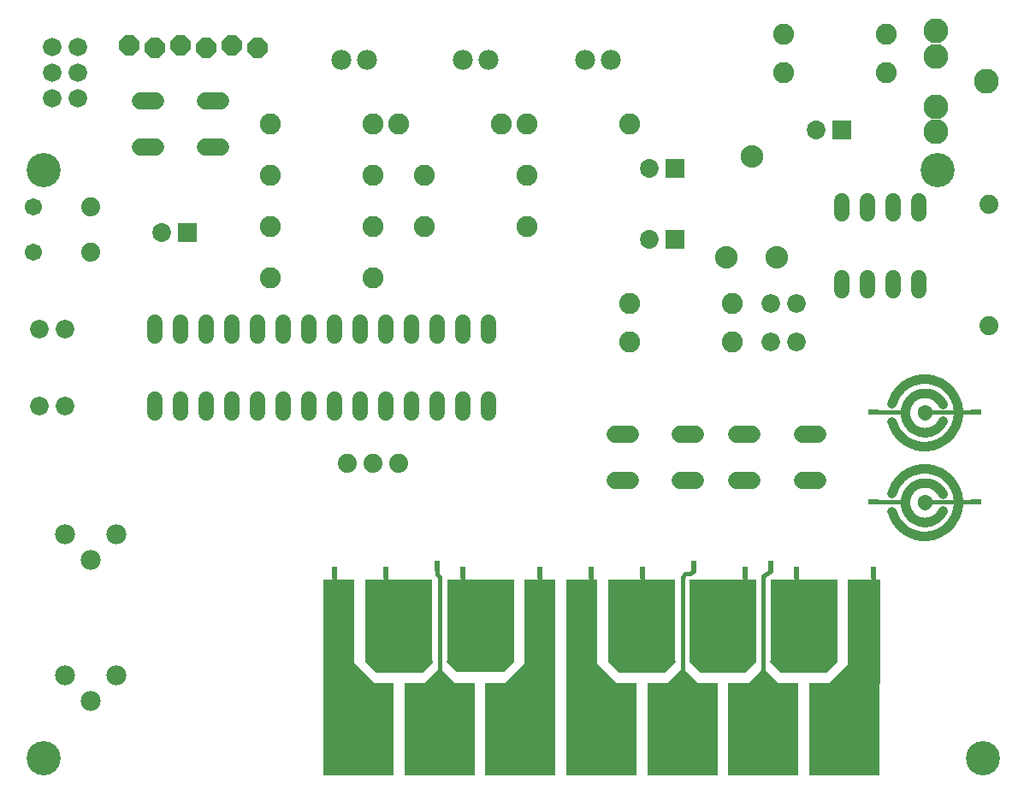
<source format=gbr>
G04 EAGLE Gerber X2 export*
%TF.Part,Single*%
%TF.FileFunction,Soldermask,Top,1*%
%TF.FilePolarity,Negative*%
%TF.GenerationSoftware,Autodesk,EAGLE,9.1.0*%
%TF.CreationDate,2018-09-26T17:21:40Z*%
G75*
%MOMM*%
%FSLAX34Y34*%
%LPD*%
%AMOC8*
5,1,8,0,0,1.08239X$1,22.5*%
G01*
%ADD10C,3.378200*%
%ADD11C,1.524000*%
%ADD12C,1.879600*%
%ADD13P,2.144431X8X112.500000*%
%ADD14C,1.828800*%
%ADD15C,2.082800*%
%ADD16R,1.854200X1.854200*%
%ADD17C,1.854200*%
%ADD18C,1.981200*%
%ADD19C,1.727200*%
%ADD20C,2.463800*%
%ADD21C,1.841500*%
%ADD22C,1.703200*%
%ADD23R,1.092200X0.584200*%
%ADD24C,0.889000*%
%ADD25C,0.406400*%
%ADD26C,2.235200*%
%ADD27R,0.584200X1.219200*%
%ADD28R,0.584200X1.092200*%
%ADD29R,6.985000X9.220200*%
%ADD30R,3.136900X10.363200*%
%ADD31R,6.705600X8.178800*%
%ADD32R,6.629400X8.204200*%
%ADD33R,6.692900X8.178800*%
%ADD34R,6.654800X8.178800*%
%ADD35R,3.149600X10.363200*%
%ADD36R,7.035800X9.220200*%
%ADD37R,6.959600X9.220200*%
%ADD38R,3.175000X10.363200*%
%ADD39C,0.431800*%
%ADD40C,0.381000*%

G36*
X644186Y142121D02*
X644186Y142121D01*
X644228Y142119D01*
X644295Y142141D01*
X644365Y142153D01*
X644401Y142175D01*
X644442Y142188D01*
X644515Y142242D01*
X644558Y142268D01*
X644571Y142284D01*
X644592Y142300D01*
X655260Y152968D01*
X655311Y153041D01*
X655367Y153110D01*
X655375Y153132D01*
X655389Y153152D01*
X655411Y153238D01*
X655439Y153322D01*
X655439Y153346D01*
X655445Y153369D01*
X655435Y153458D01*
X655433Y153547D01*
X655424Y153569D01*
X655421Y153592D01*
X655382Y153672D01*
X655348Y153754D01*
X655332Y153772D01*
X655322Y153793D01*
X655257Y153854D01*
X655197Y153920D01*
X655176Y153931D01*
X655159Y153947D01*
X655077Y153982D01*
X654997Y154023D01*
X654971Y154026D01*
X654952Y154035D01*
X654902Y154037D01*
X654812Y154050D01*
X588899Y154050D01*
X588834Y154039D01*
X588768Y154037D01*
X588725Y154019D01*
X588678Y154011D01*
X588621Y153977D01*
X588561Y153952D01*
X588526Y153921D01*
X588485Y153896D01*
X588444Y153845D01*
X588395Y153801D01*
X588373Y153759D01*
X588344Y153722D01*
X588323Y153660D01*
X588292Y153601D01*
X588284Y153547D01*
X588272Y153510D01*
X588273Y153470D01*
X588265Y153416D01*
X588265Y153162D01*
X588273Y153118D01*
X588271Y153074D01*
X588292Y153009D01*
X588304Y152941D01*
X588327Y152903D01*
X588341Y152861D01*
X588393Y152791D01*
X588419Y152748D01*
X588436Y152734D01*
X588453Y152711D01*
X598994Y142297D01*
X599028Y142274D01*
X599055Y142244D01*
X599120Y142211D01*
X599179Y142170D01*
X599219Y142160D01*
X599255Y142141D01*
X599348Y142128D01*
X599397Y142115D01*
X599416Y142117D01*
X599440Y142114D01*
X644144Y142114D01*
X644186Y142121D01*
G37*
G36*
X404029Y142121D02*
X404029Y142121D01*
X404071Y142119D01*
X404138Y142141D01*
X404208Y142153D01*
X404244Y142175D01*
X404285Y142188D01*
X404358Y142242D01*
X404401Y142268D01*
X404414Y142284D01*
X404435Y142300D01*
X414849Y152714D01*
X414893Y152776D01*
X414944Y152834D01*
X414957Y152868D01*
X414978Y152898D01*
X414997Y152972D01*
X415024Y153043D01*
X415024Y153080D01*
X415034Y153115D01*
X415026Y153191D01*
X415026Y153267D01*
X415014Y153307D01*
X415010Y153338D01*
X414990Y153379D01*
X414968Y153446D01*
X414841Y153700D01*
X414822Y153726D01*
X414810Y153756D01*
X414755Y153815D01*
X414707Y153879D01*
X414680Y153897D01*
X414658Y153921D01*
X414586Y153957D01*
X414519Y154001D01*
X414487Y154008D01*
X414458Y154023D01*
X414346Y154039D01*
X414300Y154050D01*
X414288Y154048D01*
X414273Y154050D01*
X348360Y153923D01*
X348273Y153907D01*
X348185Y153898D01*
X348163Y153887D01*
X348139Y153883D01*
X348063Y153838D01*
X347984Y153799D01*
X347967Y153781D01*
X347946Y153769D01*
X347890Y153700D01*
X347830Y153636D01*
X347820Y153613D01*
X347805Y153594D01*
X347777Y153510D01*
X347742Y153429D01*
X347741Y153405D01*
X347734Y153382D01*
X347736Y153293D01*
X347732Y153205D01*
X347740Y153182D01*
X347741Y153157D01*
X347774Y153076D01*
X347801Y152991D01*
X347817Y152969D01*
X347825Y152950D01*
X347859Y152912D01*
X347913Y152841D01*
X358454Y142300D01*
X358488Y142275D01*
X358517Y142244D01*
X358580Y142212D01*
X358638Y142171D01*
X358679Y142161D01*
X358717Y142141D01*
X358806Y142128D01*
X358855Y142116D01*
X358876Y142118D01*
X358902Y142114D01*
X403987Y142114D01*
X404029Y142121D01*
G37*
G36*
X804460Y142121D02*
X804460Y142121D01*
X804502Y142119D01*
X804569Y142141D01*
X804639Y142153D01*
X804675Y142175D01*
X804716Y142188D01*
X804789Y142242D01*
X804832Y142268D01*
X804845Y142284D01*
X804866Y142300D01*
X815534Y152968D01*
X815585Y153041D01*
X815641Y153110D01*
X815649Y153132D01*
X815663Y153152D01*
X815685Y153238D01*
X815713Y153322D01*
X815713Y153346D01*
X815719Y153369D01*
X815709Y153458D01*
X815707Y153547D01*
X815698Y153569D01*
X815695Y153592D01*
X815656Y153672D01*
X815622Y153754D01*
X815606Y153772D01*
X815596Y153793D01*
X815531Y153854D01*
X815471Y153920D01*
X815450Y153931D01*
X815433Y153947D01*
X815351Y153982D01*
X815271Y154023D01*
X815245Y154026D01*
X815226Y154035D01*
X815176Y154037D01*
X815086Y154050D01*
X749173Y154050D01*
X749084Y154034D01*
X748993Y154024D01*
X748974Y154014D01*
X748952Y154011D01*
X748874Y153964D01*
X748793Y153924D01*
X748778Y153908D01*
X748759Y153896D01*
X748702Y153826D01*
X748640Y153759D01*
X748631Y153739D01*
X748618Y153722D01*
X748588Y153636D01*
X748554Y153552D01*
X748553Y153530D01*
X748546Y153510D01*
X748548Y153419D01*
X748545Y153328D01*
X748552Y153307D01*
X748552Y153285D01*
X748586Y153201D01*
X748615Y153115D01*
X748629Y153095D01*
X748637Y153078D01*
X748671Y153040D01*
X748727Y152965D01*
X759522Y142297D01*
X759556Y142274D01*
X759583Y142244D01*
X759648Y142211D01*
X759707Y142170D01*
X759747Y142160D01*
X759783Y142141D01*
X759876Y142128D01*
X759925Y142115D01*
X759944Y142117D01*
X759968Y142114D01*
X804418Y142114D01*
X804460Y142121D01*
G37*
G36*
X723942Y142121D02*
X723942Y142121D01*
X723984Y142119D01*
X724051Y142141D01*
X724121Y142153D01*
X724157Y142175D01*
X724198Y142188D01*
X724271Y142242D01*
X724314Y142268D01*
X724327Y142284D01*
X724348Y142300D01*
X735016Y152968D01*
X735067Y153041D01*
X735123Y153110D01*
X735131Y153132D01*
X735145Y153152D01*
X735167Y153238D01*
X735195Y153322D01*
X735195Y153346D01*
X735201Y153369D01*
X735191Y153458D01*
X735189Y153547D01*
X735180Y153569D01*
X735177Y153592D01*
X735138Y153672D01*
X735104Y153754D01*
X735088Y153772D01*
X735078Y153793D01*
X735013Y153854D01*
X734953Y153920D01*
X734932Y153931D01*
X734915Y153947D01*
X734833Y153982D01*
X734753Y154023D01*
X734727Y154026D01*
X734708Y154035D01*
X734658Y154037D01*
X734568Y154050D01*
X669036Y154050D01*
X668948Y154034D01*
X668860Y154025D01*
X668839Y154015D01*
X668815Y154011D01*
X668738Y153965D01*
X668659Y153926D01*
X668642Y153909D01*
X668622Y153896D01*
X668566Y153827D01*
X668505Y153763D01*
X668496Y153741D01*
X668481Y153722D01*
X668452Y153638D01*
X668417Y153556D01*
X668416Y153532D01*
X668409Y153510D01*
X668411Y153421D01*
X668407Y153332D01*
X668415Y153309D01*
X668415Y153285D01*
X668449Y153203D01*
X668476Y153118D01*
X668492Y153097D01*
X668500Y153078D01*
X668534Y153040D01*
X668588Y152968D01*
X679256Y142300D01*
X679290Y142275D01*
X679319Y142244D01*
X679382Y142212D01*
X679440Y142171D01*
X679481Y142161D01*
X679519Y142141D01*
X679608Y142128D01*
X679657Y142116D01*
X679678Y142118D01*
X679704Y142114D01*
X723900Y142114D01*
X723942Y142121D01*
G37*
G36*
X484545Y142629D02*
X484545Y142629D01*
X484585Y142627D01*
X484654Y142649D01*
X484726Y142661D01*
X484761Y142682D01*
X484799Y142694D01*
X484876Y142750D01*
X484919Y142776D01*
X484931Y142790D01*
X484951Y142805D01*
X494984Y152711D01*
X495023Y152766D01*
X495069Y152815D01*
X495087Y152857D01*
X495113Y152894D01*
X495130Y152960D01*
X495157Y153022D01*
X495159Y153067D01*
X495170Y153111D01*
X495164Y153178D01*
X495167Y153246D01*
X495153Y153289D01*
X495148Y153334D01*
X495119Y153395D01*
X495098Y153460D01*
X495067Y153502D01*
X495050Y153536D01*
X495021Y153564D01*
X494986Y153610D01*
X494732Y153864D01*
X494701Y153887D01*
X494681Y153908D01*
X494679Y153909D01*
X494669Y153920D01*
X494606Y153952D01*
X494548Y153993D01*
X494507Y154003D01*
X494469Y154023D01*
X494380Y154036D01*
X494331Y154049D01*
X494310Y154046D01*
X494284Y154050D01*
X429260Y154050D01*
X429229Y154045D01*
X429197Y154047D01*
X429119Y154025D01*
X429039Y154011D01*
X429012Y153994D01*
X428981Y153986D01*
X428916Y153938D01*
X428846Y153896D01*
X428826Y153872D01*
X428800Y153853D01*
X428734Y153759D01*
X428705Y153722D01*
X428702Y153714D01*
X428699Y153710D01*
X428697Y153706D01*
X428693Y153700D01*
X428566Y153446D01*
X428544Y153372D01*
X428514Y153302D01*
X428513Y153265D01*
X428502Y153230D01*
X428508Y153154D01*
X428504Y153078D01*
X428516Y153043D01*
X428518Y153007D01*
X428550Y152937D01*
X428573Y152864D01*
X428598Y152831D01*
X428611Y152802D01*
X428643Y152769D01*
X428685Y152714D01*
X438591Y142808D01*
X438625Y142783D01*
X438654Y142752D01*
X438717Y142720D01*
X438775Y142679D01*
X438816Y142669D01*
X438854Y142649D01*
X438943Y142636D01*
X438992Y142624D01*
X439013Y142626D01*
X439039Y142622D01*
X484505Y142622D01*
X484545Y142629D01*
G37*
G36*
X436968Y130446D02*
X436968Y130446D01*
X437056Y130455D01*
X437077Y130465D01*
X437101Y130469D01*
X437178Y130515D01*
X437257Y130554D01*
X437274Y130571D01*
X437294Y130584D01*
X437350Y130653D01*
X437411Y130717D01*
X437420Y130739D01*
X437435Y130758D01*
X437464Y130842D01*
X437499Y130924D01*
X437500Y130948D01*
X437507Y130970D01*
X437505Y131059D01*
X437509Y131148D01*
X437501Y131171D01*
X437501Y131195D01*
X437467Y131277D01*
X437440Y131362D01*
X437424Y131383D01*
X437416Y131402D01*
X437382Y131440D01*
X437328Y131512D01*
X424120Y144720D01*
X424086Y144745D01*
X424057Y144776D01*
X423994Y144808D01*
X423936Y144849D01*
X423895Y144859D01*
X423857Y144879D01*
X423768Y144892D01*
X423719Y144905D01*
X423698Y144902D01*
X423672Y144906D01*
X419608Y144906D01*
X419566Y144899D01*
X419524Y144901D01*
X419457Y144879D01*
X419387Y144867D01*
X419351Y144845D01*
X419310Y144832D01*
X419237Y144778D01*
X419194Y144752D01*
X419181Y144736D01*
X419160Y144720D01*
X406206Y131766D01*
X406181Y131732D01*
X406150Y131703D01*
X406118Y131640D01*
X406077Y131582D01*
X406067Y131541D01*
X406047Y131503D01*
X406034Y131414D01*
X406022Y131365D01*
X406024Y131344D01*
X406020Y131318D01*
X406020Y131064D01*
X406031Y130999D01*
X406033Y130933D01*
X406051Y130890D01*
X406059Y130843D01*
X406093Y130786D01*
X406118Y130726D01*
X406149Y130691D01*
X406174Y130650D01*
X406225Y130609D01*
X406269Y130560D01*
X406311Y130538D01*
X406348Y130509D01*
X406410Y130488D01*
X406469Y130457D01*
X406523Y130449D01*
X406560Y130437D01*
X406600Y130438D01*
X406654Y130430D01*
X436880Y130430D01*
X436968Y130446D01*
G37*
G36*
X677252Y130446D02*
X677252Y130446D01*
X677340Y130455D01*
X677361Y130465D01*
X677385Y130469D01*
X677462Y130515D01*
X677541Y130554D01*
X677558Y130571D01*
X677578Y130584D01*
X677634Y130653D01*
X677695Y130717D01*
X677704Y130739D01*
X677719Y130758D01*
X677748Y130842D01*
X677783Y130924D01*
X677784Y130948D01*
X677791Y130970D01*
X677789Y131059D01*
X677793Y131148D01*
X677785Y131171D01*
X677785Y131195D01*
X677751Y131277D01*
X677724Y131362D01*
X677708Y131383D01*
X677700Y131402D01*
X677666Y131440D01*
X677612Y131512D01*
X664658Y144466D01*
X664624Y144491D01*
X664595Y144522D01*
X664532Y144554D01*
X664474Y144595D01*
X664433Y144605D01*
X664395Y144625D01*
X664306Y144638D01*
X664257Y144651D01*
X664236Y144648D01*
X664210Y144652D01*
X659638Y144652D01*
X659596Y144645D01*
X659554Y144647D01*
X659487Y144625D01*
X659417Y144613D01*
X659381Y144591D01*
X659340Y144578D01*
X659267Y144524D01*
X659224Y144498D01*
X659211Y144482D01*
X659190Y144466D01*
X646236Y131512D01*
X646185Y131439D01*
X646129Y131370D01*
X646121Y131348D01*
X646107Y131328D01*
X646085Y131242D01*
X646057Y131158D01*
X646057Y131134D01*
X646052Y131111D01*
X646061Y131022D01*
X646063Y130933D01*
X646072Y130911D01*
X646075Y130888D01*
X646114Y130808D01*
X646148Y130726D01*
X646164Y130708D01*
X646174Y130687D01*
X646239Y130626D01*
X646299Y130560D01*
X646320Y130549D01*
X646337Y130533D01*
X646419Y130498D01*
X646499Y130457D01*
X646525Y130454D01*
X646544Y130445D01*
X646594Y130443D01*
X646684Y130430D01*
X677164Y130430D01*
X677252Y130446D01*
G37*
G36*
X757008Y130446D02*
X757008Y130446D01*
X757096Y130455D01*
X757117Y130465D01*
X757141Y130469D01*
X757218Y130515D01*
X757297Y130554D01*
X757314Y130571D01*
X757334Y130584D01*
X757390Y130653D01*
X757451Y130717D01*
X757460Y130739D01*
X757475Y130758D01*
X757504Y130842D01*
X757539Y130924D01*
X757540Y130948D01*
X757547Y130970D01*
X757545Y131059D01*
X757549Y131148D01*
X757541Y131171D01*
X757541Y131195D01*
X757507Y131277D01*
X757480Y131362D01*
X757464Y131383D01*
X757456Y131402D01*
X757422Y131440D01*
X757368Y131512D01*
X744668Y144212D01*
X744637Y144234D01*
X744620Y144253D01*
X744618Y144254D01*
X744605Y144268D01*
X744542Y144300D01*
X744484Y144341D01*
X744443Y144351D01*
X744405Y144371D01*
X744316Y144384D01*
X744267Y144397D01*
X744246Y144394D01*
X744220Y144398D01*
X739648Y144398D01*
X739606Y144391D01*
X739564Y144393D01*
X739497Y144371D01*
X739427Y144359D01*
X739391Y144337D01*
X739350Y144324D01*
X739277Y144270D01*
X739234Y144244D01*
X739224Y144233D01*
X739219Y144229D01*
X739214Y144223D01*
X739200Y144212D01*
X726500Y131512D01*
X726449Y131439D01*
X726393Y131370D01*
X726385Y131348D01*
X726371Y131328D01*
X726349Y131242D01*
X726321Y131158D01*
X726321Y131134D01*
X726316Y131111D01*
X726325Y131022D01*
X726327Y130933D01*
X726336Y130911D01*
X726339Y130888D01*
X726378Y130808D01*
X726412Y130726D01*
X726428Y130708D01*
X726438Y130687D01*
X726503Y130626D01*
X726563Y130560D01*
X726584Y130549D01*
X726601Y130533D01*
X726683Y130498D01*
X726763Y130457D01*
X726789Y130454D01*
X726808Y130445D01*
X726858Y130443D01*
X726948Y130430D01*
X756920Y130430D01*
X757008Y130446D01*
G37*
G36*
X356704Y130700D02*
X356704Y130700D01*
X356792Y130709D01*
X356813Y130719D01*
X356837Y130723D01*
X356914Y130769D01*
X356993Y130808D01*
X357010Y130825D01*
X357030Y130838D01*
X357086Y130907D01*
X357147Y130971D01*
X357156Y130993D01*
X357171Y131012D01*
X357200Y131096D01*
X357235Y131178D01*
X357236Y131202D01*
X357243Y131224D01*
X357241Y131313D01*
X357245Y131402D01*
X357237Y131425D01*
X357237Y131449D01*
X357203Y131531D01*
X357176Y131616D01*
X357160Y131637D01*
X357152Y131656D01*
X357118Y131694D01*
X357064Y131766D01*
X336998Y151832D01*
X336925Y151883D01*
X336856Y151939D01*
X336834Y151947D01*
X336814Y151961D01*
X336728Y151983D01*
X336644Y152011D01*
X336620Y152011D01*
X336597Y152017D01*
X336508Y152007D01*
X336419Y152005D01*
X336397Y151996D01*
X336374Y151993D01*
X336294Y151954D01*
X336212Y151920D01*
X336194Y151904D01*
X336173Y151894D01*
X336112Y151829D01*
X336046Y151769D01*
X336035Y151748D01*
X336019Y151731D01*
X335984Y151649D01*
X335943Y151569D01*
X335940Y151543D01*
X335931Y151524D01*
X335929Y151474D01*
X335916Y151384D01*
X335916Y131318D01*
X335927Y131253D01*
X335929Y131187D01*
X335947Y131144D01*
X335955Y131097D01*
X335989Y131040D01*
X336014Y130980D01*
X336045Y130945D01*
X336070Y130904D01*
X336121Y130863D01*
X336165Y130814D01*
X336207Y130792D01*
X336244Y130763D01*
X336306Y130742D01*
X336365Y130711D01*
X336419Y130703D01*
X336456Y130691D01*
X336496Y130692D01*
X336550Y130684D01*
X356616Y130684D01*
X356704Y130700D01*
G37*
G36*
X506033Y130441D02*
X506033Y130441D01*
X506099Y130443D01*
X506142Y130461D01*
X506189Y130469D01*
X506246Y130503D01*
X506306Y130528D01*
X506341Y130559D01*
X506382Y130584D01*
X506424Y130635D01*
X506472Y130679D01*
X506494Y130721D01*
X506523Y130758D01*
X506544Y130820D01*
X506575Y130879D01*
X506583Y130933D01*
X506595Y130970D01*
X506594Y131010D01*
X506602Y131064D01*
X506602Y150876D01*
X506586Y150964D01*
X506577Y151052D01*
X506567Y151073D01*
X506563Y151097D01*
X506517Y151174D01*
X506478Y151253D01*
X506461Y151270D01*
X506448Y151290D01*
X506379Y151346D01*
X506315Y151407D01*
X506293Y151416D01*
X506274Y151431D01*
X506190Y151460D01*
X506108Y151495D01*
X506084Y151496D01*
X506062Y151503D01*
X505973Y151501D01*
X505884Y151505D01*
X505861Y151497D01*
X505837Y151497D01*
X505755Y151463D01*
X505670Y151436D01*
X505649Y151420D01*
X505630Y151412D01*
X505592Y151378D01*
X505520Y151324D01*
X485708Y131512D01*
X485657Y131439D01*
X485601Y131370D01*
X485593Y131348D01*
X485579Y131328D01*
X485557Y131242D01*
X485529Y131158D01*
X485529Y131134D01*
X485524Y131111D01*
X485533Y131022D01*
X485535Y130933D01*
X485544Y130911D01*
X485547Y130888D01*
X485586Y130808D01*
X485620Y130726D01*
X485636Y130708D01*
X485646Y130687D01*
X485711Y130626D01*
X485771Y130560D01*
X485792Y130549D01*
X485809Y130533D01*
X485891Y130498D01*
X485971Y130457D01*
X485997Y130454D01*
X486016Y130445D01*
X486066Y130443D01*
X486156Y130430D01*
X505968Y130430D01*
X506033Y130441D01*
G37*
G36*
X596988Y130446D02*
X596988Y130446D01*
X597076Y130455D01*
X597097Y130465D01*
X597121Y130469D01*
X597198Y130515D01*
X597277Y130554D01*
X597294Y130571D01*
X597314Y130584D01*
X597370Y130653D01*
X597431Y130717D01*
X597440Y130739D01*
X597455Y130758D01*
X597484Y130842D01*
X597519Y130924D01*
X597520Y130948D01*
X597527Y130970D01*
X597525Y131059D01*
X597529Y131148D01*
X597521Y131171D01*
X597521Y131195D01*
X597487Y131277D01*
X597460Y131362D01*
X597444Y131383D01*
X597436Y131402D01*
X597402Y131440D01*
X597348Y131512D01*
X577790Y151070D01*
X577717Y151121D01*
X577648Y151177D01*
X577626Y151185D01*
X577606Y151199D01*
X577520Y151221D01*
X577436Y151249D01*
X577412Y151249D01*
X577389Y151255D01*
X577300Y151245D01*
X577211Y151243D01*
X577189Y151234D01*
X577166Y151231D01*
X577086Y151192D01*
X577004Y151158D01*
X576986Y151142D01*
X576965Y151132D01*
X576904Y151067D01*
X576838Y151007D01*
X576827Y150986D01*
X576811Y150969D01*
X576776Y150887D01*
X576735Y150807D01*
X576732Y150781D01*
X576723Y150762D01*
X576721Y150712D01*
X576708Y150622D01*
X576708Y131064D01*
X576719Y130999D01*
X576721Y130933D01*
X576739Y130890D01*
X576747Y130843D01*
X576781Y130786D01*
X576806Y130726D01*
X576837Y130691D01*
X576862Y130650D01*
X576913Y130609D01*
X576957Y130560D01*
X576999Y130538D01*
X577036Y130509D01*
X577098Y130488D01*
X577157Y130457D01*
X577211Y130449D01*
X577248Y130437D01*
X577288Y130438D01*
X577342Y130430D01*
X596900Y130430D01*
X596988Y130446D01*
G37*
G36*
X826327Y130441D02*
X826327Y130441D01*
X826393Y130443D01*
X826436Y130461D01*
X826483Y130469D01*
X826540Y130503D01*
X826600Y130528D01*
X826635Y130559D01*
X826676Y130584D01*
X826718Y130635D01*
X826766Y130679D01*
X826788Y130721D01*
X826817Y130758D01*
X826838Y130820D01*
X826869Y130879D01*
X826877Y130933D01*
X826889Y130970D01*
X826888Y131010D01*
X826896Y131064D01*
X826896Y149860D01*
X826880Y149948D01*
X826871Y150036D01*
X826861Y150057D01*
X826857Y150081D01*
X826811Y150158D01*
X826772Y150237D01*
X826755Y150254D01*
X826742Y150274D01*
X826673Y150330D01*
X826609Y150391D01*
X826587Y150400D01*
X826568Y150415D01*
X826484Y150444D01*
X826402Y150479D01*
X826378Y150480D01*
X826356Y150487D01*
X826267Y150485D01*
X826178Y150489D01*
X826155Y150481D01*
X826131Y150481D01*
X826049Y150447D01*
X825964Y150420D01*
X825943Y150404D01*
X825924Y150396D01*
X825886Y150362D01*
X825814Y150308D01*
X807018Y131512D01*
X806967Y131439D01*
X806911Y131370D01*
X806903Y131348D01*
X806889Y131328D01*
X806867Y131242D01*
X806839Y131158D01*
X806839Y131134D01*
X806834Y131111D01*
X806843Y131022D01*
X806845Y130933D01*
X806854Y130911D01*
X806857Y130888D01*
X806896Y130808D01*
X806930Y130726D01*
X806946Y130708D01*
X806956Y130687D01*
X807021Y130626D01*
X807081Y130560D01*
X807102Y130549D01*
X807119Y130533D01*
X807201Y130498D01*
X807281Y130457D01*
X807307Y130454D01*
X807326Y130445D01*
X807376Y130443D01*
X807466Y130430D01*
X826262Y130430D01*
X826327Y130441D01*
G37*
D10*
X29210Y57150D03*
X958850Y57150D03*
X914400Y640080D03*
X29210Y640080D03*
D11*
X139700Y413004D02*
X139700Y399796D01*
X165100Y399796D02*
X165100Y413004D01*
X190500Y413004D02*
X190500Y399796D01*
X215900Y399796D02*
X215900Y413004D01*
X241300Y413004D02*
X241300Y399796D01*
X266700Y399796D02*
X266700Y413004D01*
X292100Y413004D02*
X292100Y399796D01*
X317500Y399796D02*
X317500Y413004D01*
X342900Y413004D02*
X342900Y399796D01*
X368300Y399796D02*
X368300Y413004D01*
X393700Y413004D02*
X393700Y399796D01*
X419100Y399796D02*
X419100Y413004D01*
X444500Y413004D02*
X444500Y399796D01*
X469900Y399796D02*
X469900Y413004D01*
X469900Y475996D02*
X469900Y489204D01*
X444500Y489204D02*
X444500Y475996D01*
X419100Y475996D02*
X419100Y489204D01*
X393700Y489204D02*
X393700Y475996D01*
X368300Y475996D02*
X368300Y489204D01*
X342900Y489204D02*
X342900Y475996D01*
X317500Y475996D02*
X317500Y489204D01*
X292100Y489204D02*
X292100Y475996D01*
X266700Y475996D02*
X266700Y489204D01*
X241300Y489204D02*
X241300Y475996D01*
X215900Y475996D02*
X215900Y489204D01*
X190500Y489204D02*
X190500Y475996D01*
X165100Y475996D02*
X165100Y489204D01*
X139700Y489204D02*
X139700Y475996D01*
D12*
X330200Y349250D03*
X355600Y349250D03*
X381000Y349250D03*
D13*
X114300Y763270D03*
X139700Y760730D03*
X165100Y763270D03*
X190500Y760730D03*
X215900Y763270D03*
X241300Y760730D03*
D14*
X38100Y736600D03*
X63500Y736600D03*
X63500Y762000D03*
X38100Y762000D03*
X38100Y711200D03*
X63500Y711200D03*
D12*
X965200Y606100D03*
X965200Y486100D03*
D15*
X254000Y533400D03*
X355600Y533400D03*
X406400Y584200D03*
X508000Y584200D03*
X406400Y635000D03*
X508000Y635000D03*
X254000Y635000D03*
X355600Y635000D03*
X254000Y584200D03*
X355600Y584200D03*
X609600Y469900D03*
X711200Y469900D03*
X508000Y685800D03*
X609600Y685800D03*
X381000Y685800D03*
X482600Y685800D03*
X254000Y685800D03*
X355600Y685800D03*
D11*
X819150Y533654D02*
X819150Y520446D01*
X844550Y520446D02*
X844550Y533654D01*
X869950Y533654D02*
X869950Y520446D01*
X895350Y520446D02*
X895350Y533654D01*
X895350Y596646D02*
X895350Y609854D01*
X869950Y609854D02*
X869950Y596646D01*
X844550Y596646D02*
X844550Y609854D01*
X819150Y609854D02*
X819150Y596646D01*
D15*
X609600Y508000D03*
X711200Y508000D03*
X762000Y736600D03*
X863600Y736600D03*
X762000Y774700D03*
X863600Y774700D03*
D16*
X171450Y577850D03*
D17*
X146050Y577850D03*
D16*
X819150Y679450D03*
D17*
X793750Y679450D03*
D16*
X654050Y641350D03*
D17*
X628650Y641350D03*
D16*
X654050Y571500D03*
D17*
X628650Y571500D03*
D18*
X323850Y749300D03*
X349250Y749300D03*
X565150Y749300D03*
X590550Y749300D03*
X444500Y749300D03*
X469900Y749300D03*
D19*
X140208Y708406D02*
X124968Y708406D01*
X124968Y663194D02*
X140208Y663194D01*
X189992Y708406D02*
X205232Y708406D01*
X205232Y663194D02*
X189992Y663194D01*
X715518Y378206D02*
X730758Y378206D01*
X730758Y332994D02*
X715518Y332994D01*
X780542Y378206D02*
X795782Y378206D01*
X795782Y332994D02*
X780542Y332994D01*
X610108Y378206D02*
X594868Y378206D01*
X594868Y332994D02*
X610108Y332994D01*
X659892Y378206D02*
X675132Y378206D01*
X675132Y332994D02*
X659892Y332994D01*
D20*
X913000Y777710D03*
X963000Y727710D03*
X913000Y677710D03*
X913000Y702710D03*
X913000Y752710D03*
D21*
X25400Y482600D03*
X50800Y482600D03*
X25400Y406400D03*
X50800Y406400D03*
X749300Y469900D03*
X774700Y469900D03*
X749300Y508000D03*
X774700Y508000D03*
D12*
X76200Y603250D03*
X76200Y558800D03*
D22*
X19050Y558800D03*
X19050Y603250D03*
D18*
X76200Y114300D03*
X50800Y139700D03*
X101600Y139700D03*
X76200Y254000D03*
X50800Y279400D03*
X101600Y279400D03*
D23*
X850900Y400050D03*
X952500Y400050D03*
D24*
X868934Y391414D02*
X869155Y390627D01*
X869396Y389845D01*
X869655Y389070D01*
X869934Y388301D01*
X870231Y387539D01*
X870547Y386785D01*
X870881Y386038D01*
X871234Y385300D01*
X871604Y384571D01*
X871993Y383852D01*
X872398Y383142D01*
X872821Y382442D01*
X873261Y381753D01*
X873718Y381074D01*
X874191Y380407D01*
X874681Y379752D01*
X875186Y379109D01*
X875707Y378479D01*
X876244Y377862D01*
X876795Y377258D01*
X877361Y376667D01*
X877941Y376091D01*
X878535Y375529D01*
X879143Y374982D01*
X879764Y374450D01*
X880397Y373933D01*
X881044Y373432D01*
X881702Y372947D01*
X882372Y372478D01*
X883053Y372026D01*
X883746Y371590D01*
X884448Y371172D01*
X885161Y370771D01*
X885883Y370388D01*
X886615Y370022D01*
X887355Y369674D01*
X888104Y369345D01*
X888860Y369034D01*
X889624Y368742D01*
X890395Y368469D01*
X891172Y368214D01*
X891955Y367979D01*
X892744Y367763D01*
X893537Y367566D01*
X894336Y367389D01*
X895138Y367232D01*
X895944Y367094D01*
X896753Y366976D01*
X897565Y366878D01*
X898379Y366799D01*
X899195Y366741D01*
X900012Y366703D01*
X900829Y366685D01*
X901647Y366686D01*
X902465Y366708D01*
X903281Y366750D01*
X904097Y366812D01*
X904910Y366894D01*
X905722Y366996D01*
X906531Y367117D01*
X907336Y367259D01*
X908138Y367420D01*
X908935Y367601D01*
X909728Y367801D01*
X910516Y368020D01*
X911298Y368259D01*
X912074Y368517D01*
X912844Y368794D01*
X913606Y369090D01*
X914361Y369404D01*
X915108Y369736D01*
X915847Y370087D01*
X916577Y370456D01*
X917297Y370843D01*
X918008Y371247D01*
X918709Y371668D01*
X919399Y372107D01*
X920079Y372562D01*
X920747Y373034D01*
X921403Y373522D01*
X922047Y374026D01*
X922678Y374545D01*
X923297Y375080D01*
X923902Y375630D01*
X924494Y376195D01*
X925071Y376773D01*
X925635Y377366D01*
X926183Y377973D01*
X926717Y378593D01*
X927235Y379225D01*
X927737Y379870D01*
X928224Y380528D01*
X928694Y381197D01*
X929148Y381877D01*
X929585Y382568D01*
X930005Y383270D01*
X930407Y383982D01*
X930792Y384703D01*
X931159Y385434D01*
X931509Y386173D01*
X931840Y386921D01*
X932152Y387677D01*
X932446Y388440D01*
X932721Y389210D01*
X932977Y389987D01*
X933214Y390769D01*
X933432Y391558D01*
X933631Y392351D01*
X933810Y393149D01*
X933969Y393951D01*
X934108Y394757D01*
X934228Y395566D01*
X934328Y396377D01*
X934408Y397191D01*
X934468Y398007D01*
X934508Y398824D01*
X934528Y399641D01*
X934528Y400459D01*
X934508Y401276D01*
X934468Y402093D01*
X934408Y402909D01*
X934328Y403723D01*
X934228Y404534D01*
X934108Y405343D01*
X933969Y406149D01*
X933810Y406951D01*
X933631Y407749D01*
X933432Y408542D01*
X933214Y409331D01*
X932977Y410113D01*
X932721Y410890D01*
X932446Y411660D01*
X932152Y412423D01*
X931840Y413179D01*
X931509Y413927D01*
X931159Y414666D01*
X930792Y415397D01*
X930407Y416118D01*
X930005Y416830D01*
X929585Y417532D01*
X929148Y418223D01*
X928694Y418903D01*
X928224Y419572D01*
X927737Y420230D01*
X927235Y420875D01*
X926717Y421507D01*
X926183Y422127D01*
X925635Y422734D01*
X925071Y423327D01*
X924494Y423905D01*
X923902Y424470D01*
X923297Y425020D01*
X922678Y425555D01*
X922047Y426074D01*
X921403Y426578D01*
X920747Y427066D01*
X920079Y427538D01*
X919399Y427993D01*
X918709Y428432D01*
X918008Y428853D01*
X917297Y429257D01*
X916577Y429644D01*
X915847Y430013D01*
X915108Y430364D01*
X914361Y430696D01*
X913606Y431010D01*
X912844Y431306D01*
X912074Y431583D01*
X911298Y431841D01*
X910516Y432080D01*
X909728Y432299D01*
X908935Y432499D01*
X908138Y432680D01*
X907336Y432841D01*
X906531Y432983D01*
X905722Y433104D01*
X904910Y433206D01*
X904097Y433288D01*
X903281Y433350D01*
X902465Y433392D01*
X901647Y433414D01*
X900829Y433415D01*
X900012Y433397D01*
X899195Y433359D01*
X898379Y433301D01*
X897565Y433222D01*
X896753Y433124D01*
X895944Y433006D01*
X895138Y432868D01*
X894336Y432711D01*
X893537Y432534D01*
X892744Y432337D01*
X891955Y432121D01*
X891172Y431886D01*
X890395Y431631D01*
X889624Y431358D01*
X888860Y431066D01*
X888104Y430755D01*
X887355Y430426D01*
X886615Y430078D01*
X885883Y429712D01*
X885161Y429329D01*
X884448Y428928D01*
X883746Y428510D01*
X883053Y428074D01*
X882372Y427622D01*
X881702Y427153D01*
X881044Y426668D01*
X880397Y426167D01*
X879764Y425650D01*
X879143Y425118D01*
X878535Y424571D01*
X877941Y424009D01*
X877361Y423433D01*
X876795Y422842D01*
X876244Y422238D01*
X875707Y421621D01*
X875186Y420991D01*
X874681Y420348D01*
X874191Y419693D01*
X873718Y419026D01*
X873261Y418347D01*
X872821Y417658D01*
X872398Y416958D01*
X871993Y416248D01*
X871604Y415529D01*
X871234Y414800D01*
X870881Y414062D01*
X870547Y413315D01*
X870231Y412561D01*
X869934Y411799D01*
X869655Y411030D01*
X869396Y410255D01*
X869155Y409473D01*
X868934Y408686D01*
X919226Y408178D02*
X919019Y408608D01*
X918801Y409032D01*
X918573Y409451D01*
X918335Y409864D01*
X918087Y410271D01*
X917828Y410672D01*
X917561Y411067D01*
X917283Y411454D01*
X916996Y411835D01*
X916700Y412209D01*
X916395Y412576D01*
X916081Y412935D01*
X915758Y413286D01*
X915427Y413629D01*
X915087Y413964D01*
X914740Y414290D01*
X914384Y414608D01*
X914021Y414917D01*
X913650Y415217D01*
X913273Y415508D01*
X912888Y415790D01*
X912496Y416062D01*
X912098Y416324D01*
X911693Y416577D01*
X911283Y416820D01*
X910866Y417052D01*
X910445Y417275D01*
X910017Y417486D01*
X909585Y417688D01*
X909148Y417879D01*
X908706Y418059D01*
X908260Y418228D01*
X907810Y418386D01*
X907357Y418533D01*
X906900Y418669D01*
X906439Y418794D01*
X905976Y418907D01*
X905510Y419009D01*
X905042Y419100D01*
X904572Y419179D01*
X904100Y419247D01*
X903626Y419303D01*
X903151Y419347D01*
X902676Y419380D01*
X902199Y419401D01*
X901722Y419410D01*
X901245Y419408D01*
X900769Y419394D01*
X900292Y419369D01*
X899817Y419332D01*
X899343Y419283D01*
X898870Y419223D01*
X898398Y419151D01*
X897929Y419067D01*
X897461Y418972D01*
X896996Y418866D01*
X896534Y418748D01*
X896075Y418619D01*
X895619Y418479D01*
X895167Y418328D01*
X894718Y418166D01*
X894274Y417993D01*
X893834Y417809D01*
X893399Y417614D01*
X892968Y417408D01*
X892543Y417193D01*
X892123Y416967D01*
X891709Y416730D01*
X891301Y416484D01*
X890898Y416227D01*
X890503Y415961D01*
X890114Y415686D01*
X889731Y415401D01*
X889356Y415106D01*
X888988Y414803D01*
X888628Y414490D01*
X888275Y414169D01*
X887931Y413840D01*
X887594Y413502D01*
X887266Y413155D01*
X886947Y412801D01*
X886636Y412440D01*
X886334Y412070D01*
X886041Y411694D01*
X885758Y411310D01*
X885484Y410920D01*
X885220Y410523D01*
X884965Y410120D01*
X884721Y409710D01*
X884486Y409295D01*
X884262Y408874D01*
X884048Y408448D01*
X883845Y408016D01*
X883652Y407580D01*
X883470Y407139D01*
X883299Y406694D01*
X883139Y406245D01*
X882990Y405792D01*
X882852Y405335D01*
X882725Y404876D01*
X882609Y404413D01*
X882505Y403948D01*
X882412Y403480D01*
X882331Y403010D01*
X882261Y402538D01*
X882203Y402065D01*
X882156Y401590D01*
X882121Y401115D01*
X882098Y400638D01*
X882086Y400161D01*
X882086Y399685D01*
X882098Y399208D01*
X882121Y398731D01*
X882156Y398256D01*
X882203Y397781D01*
X882261Y397308D01*
X882331Y396836D01*
X882412Y396366D01*
X882505Y395898D01*
X882609Y395433D01*
X882725Y394970D01*
X882852Y394511D01*
X882990Y394054D01*
X883139Y393601D01*
X883299Y393152D01*
X883470Y392707D01*
X883652Y392266D01*
X883845Y391830D01*
X884048Y391398D01*
X884262Y390972D01*
X884486Y390551D01*
X884721Y390136D01*
X884965Y389726D01*
X885220Y389323D01*
X885484Y388926D01*
X885758Y388536D01*
X886041Y388152D01*
X886334Y387776D01*
X886636Y387406D01*
X886947Y387045D01*
X887266Y386691D01*
X887594Y386344D01*
X887931Y386006D01*
X888275Y385677D01*
X888628Y385356D01*
X888988Y385043D01*
X889356Y384740D01*
X889731Y384445D01*
X890114Y384160D01*
X890503Y383885D01*
X890898Y383619D01*
X891301Y383362D01*
X891709Y383116D01*
X892123Y382879D01*
X892543Y382653D01*
X892968Y382438D01*
X893399Y382232D01*
X893834Y382037D01*
X894274Y381853D01*
X894718Y381680D01*
X895167Y381518D01*
X895619Y381367D01*
X896075Y381227D01*
X896534Y381098D01*
X896996Y380980D01*
X897461Y380874D01*
X897929Y380779D01*
X898398Y380695D01*
X898870Y380623D01*
X899343Y380563D01*
X899817Y380514D01*
X900292Y380477D01*
X900769Y380452D01*
X901245Y380438D01*
X901722Y380436D01*
X902199Y380445D01*
X902676Y380466D01*
X903151Y380499D01*
X903626Y380543D01*
X904100Y380599D01*
X904572Y380667D01*
X905042Y380746D01*
X905510Y380837D01*
X905976Y380939D01*
X906439Y381052D01*
X906900Y381177D01*
X907357Y381313D01*
X907810Y381460D01*
X908260Y381618D01*
X908706Y381787D01*
X909148Y381967D01*
X909585Y382158D01*
X910017Y382360D01*
X910445Y382571D01*
X910866Y382794D01*
X911283Y383026D01*
X911693Y383269D01*
X912098Y383522D01*
X912496Y383784D01*
X912888Y384056D01*
X913273Y384338D01*
X913650Y384629D01*
X914021Y384929D01*
X914384Y385238D01*
X914740Y385556D01*
X915087Y385882D01*
X915427Y386217D01*
X915758Y386560D01*
X916081Y386911D01*
X916395Y387270D01*
X916700Y387637D01*
X916996Y388011D01*
X917283Y388392D01*
X917561Y388779D01*
X917828Y389174D01*
X918087Y389575D01*
X918335Y389982D01*
X918573Y390395D01*
X918801Y390814D01*
X919019Y391238D01*
X919226Y391668D01*
X898902Y400050D02*
X898904Y400155D01*
X898910Y400259D01*
X898920Y400363D01*
X898934Y400467D01*
X898952Y400570D01*
X898973Y400672D01*
X898999Y400774D01*
X899028Y400874D01*
X899062Y400973D01*
X899099Y401071D01*
X899139Y401167D01*
X899184Y401262D01*
X899232Y401355D01*
X899283Y401446D01*
X899338Y401535D01*
X899396Y401622D01*
X899458Y401707D01*
X899522Y401789D01*
X899590Y401869D01*
X899661Y401946D01*
X899735Y402020D01*
X899811Y402091D01*
X899890Y402160D01*
X899972Y402225D01*
X900056Y402288D01*
X900142Y402347D01*
X900230Y402402D01*
X900321Y402455D01*
X900414Y402504D01*
X900508Y402549D01*
X900604Y402590D01*
X900701Y402628D01*
X900800Y402663D01*
X900900Y402693D01*
X901001Y402720D01*
X901103Y402742D01*
X901206Y402761D01*
X901310Y402776D01*
X901414Y402787D01*
X901518Y402794D01*
X901623Y402797D01*
X901727Y402796D01*
X901832Y402791D01*
X901936Y402782D01*
X902040Y402769D01*
X902143Y402752D01*
X902246Y402731D01*
X902347Y402707D01*
X902448Y402678D01*
X902547Y402646D01*
X902646Y402610D01*
X902742Y402570D01*
X902838Y402527D01*
X902931Y402480D01*
X903022Y402429D01*
X903112Y402375D01*
X903200Y402318D01*
X903285Y402257D01*
X903368Y402193D01*
X903448Y402126D01*
X903526Y402056D01*
X903601Y401983D01*
X903673Y401907D01*
X903742Y401829D01*
X903808Y401748D01*
X903871Y401665D01*
X903931Y401579D01*
X903988Y401491D01*
X904041Y401401D01*
X904091Y401309D01*
X904137Y401215D01*
X904179Y401119D01*
X904218Y401022D01*
X904253Y400924D01*
X904285Y400824D01*
X904312Y400723D01*
X904336Y400621D01*
X904356Y400518D01*
X904372Y400415D01*
X904384Y400311D01*
X904392Y400207D01*
X904396Y400102D01*
X904396Y399998D01*
X904392Y399893D01*
X904384Y399789D01*
X904372Y399685D01*
X904356Y399582D01*
X904336Y399479D01*
X904312Y399377D01*
X904285Y399276D01*
X904253Y399176D01*
X904218Y399078D01*
X904179Y398981D01*
X904137Y398885D01*
X904091Y398791D01*
X904041Y398699D01*
X903988Y398609D01*
X903931Y398521D01*
X903871Y398435D01*
X903808Y398352D01*
X903742Y398271D01*
X903673Y398193D01*
X903601Y398117D01*
X903526Y398044D01*
X903448Y397974D01*
X903368Y397907D01*
X903285Y397843D01*
X903200Y397782D01*
X903112Y397725D01*
X903023Y397671D01*
X902931Y397620D01*
X902838Y397573D01*
X902742Y397530D01*
X902646Y397490D01*
X902547Y397454D01*
X902448Y397422D01*
X902347Y397393D01*
X902246Y397369D01*
X902143Y397348D01*
X902040Y397331D01*
X901936Y397318D01*
X901832Y397309D01*
X901727Y397304D01*
X901623Y397303D01*
X901518Y397306D01*
X901414Y397313D01*
X901310Y397324D01*
X901206Y397339D01*
X901103Y397358D01*
X901001Y397380D01*
X900900Y397407D01*
X900800Y397437D01*
X900701Y397472D01*
X900604Y397510D01*
X900508Y397551D01*
X900414Y397596D01*
X900321Y397645D01*
X900230Y397698D01*
X900142Y397753D01*
X900056Y397812D01*
X899972Y397875D01*
X899890Y397940D01*
X899811Y398009D01*
X899735Y398080D01*
X899661Y398154D01*
X899590Y398231D01*
X899522Y398311D01*
X899458Y398393D01*
X899396Y398478D01*
X899338Y398565D01*
X899283Y398654D01*
X899232Y398745D01*
X899184Y398838D01*
X899139Y398933D01*
X899099Y399029D01*
X899062Y399127D01*
X899028Y399226D01*
X898999Y399326D01*
X898973Y399428D01*
X898952Y399530D01*
X898934Y399633D01*
X898920Y399737D01*
X898910Y399841D01*
X898904Y399945D01*
X898902Y400050D01*
D25*
X882396Y400050D02*
X850900Y400050D01*
X901700Y400050D02*
X950468Y400050D01*
D23*
X850900Y311150D03*
X952500Y311150D03*
D24*
X868934Y302514D02*
X869155Y301727D01*
X869396Y300945D01*
X869655Y300170D01*
X869934Y299401D01*
X870231Y298639D01*
X870547Y297885D01*
X870881Y297138D01*
X871234Y296400D01*
X871604Y295671D01*
X871993Y294952D01*
X872398Y294242D01*
X872821Y293542D01*
X873261Y292853D01*
X873718Y292174D01*
X874191Y291507D01*
X874681Y290852D01*
X875186Y290209D01*
X875707Y289579D01*
X876244Y288962D01*
X876795Y288358D01*
X877361Y287767D01*
X877941Y287191D01*
X878535Y286629D01*
X879143Y286082D01*
X879764Y285550D01*
X880397Y285033D01*
X881044Y284532D01*
X881702Y284047D01*
X882372Y283578D01*
X883053Y283126D01*
X883746Y282690D01*
X884448Y282272D01*
X885161Y281871D01*
X885883Y281488D01*
X886615Y281122D01*
X887355Y280774D01*
X888104Y280445D01*
X888860Y280134D01*
X889624Y279842D01*
X890395Y279569D01*
X891172Y279314D01*
X891955Y279079D01*
X892744Y278863D01*
X893537Y278666D01*
X894336Y278489D01*
X895138Y278332D01*
X895944Y278194D01*
X896753Y278076D01*
X897565Y277978D01*
X898379Y277899D01*
X899195Y277841D01*
X900012Y277803D01*
X900829Y277785D01*
X901647Y277786D01*
X902465Y277808D01*
X903281Y277850D01*
X904097Y277912D01*
X904910Y277994D01*
X905722Y278096D01*
X906531Y278217D01*
X907336Y278359D01*
X908138Y278520D01*
X908935Y278701D01*
X909728Y278901D01*
X910516Y279120D01*
X911298Y279359D01*
X912074Y279617D01*
X912844Y279894D01*
X913606Y280190D01*
X914361Y280504D01*
X915108Y280836D01*
X915847Y281187D01*
X916577Y281556D01*
X917297Y281943D01*
X918008Y282347D01*
X918709Y282768D01*
X919399Y283207D01*
X920079Y283662D01*
X920747Y284134D01*
X921403Y284622D01*
X922047Y285126D01*
X922678Y285645D01*
X923297Y286180D01*
X923902Y286730D01*
X924494Y287295D01*
X925071Y287873D01*
X925635Y288466D01*
X926183Y289073D01*
X926717Y289693D01*
X927235Y290325D01*
X927737Y290970D01*
X928224Y291628D01*
X928694Y292297D01*
X929148Y292977D01*
X929585Y293668D01*
X930005Y294370D01*
X930407Y295082D01*
X930792Y295803D01*
X931159Y296534D01*
X931509Y297273D01*
X931840Y298021D01*
X932152Y298777D01*
X932446Y299540D01*
X932721Y300310D01*
X932977Y301087D01*
X933214Y301869D01*
X933432Y302658D01*
X933631Y303451D01*
X933810Y304249D01*
X933969Y305051D01*
X934108Y305857D01*
X934228Y306666D01*
X934328Y307477D01*
X934408Y308291D01*
X934468Y309107D01*
X934508Y309924D01*
X934528Y310741D01*
X934528Y311559D01*
X934508Y312376D01*
X934468Y313193D01*
X934408Y314009D01*
X934328Y314823D01*
X934228Y315634D01*
X934108Y316443D01*
X933969Y317249D01*
X933810Y318051D01*
X933631Y318849D01*
X933432Y319642D01*
X933214Y320431D01*
X932977Y321213D01*
X932721Y321990D01*
X932446Y322760D01*
X932152Y323523D01*
X931840Y324279D01*
X931509Y325027D01*
X931159Y325766D01*
X930792Y326497D01*
X930407Y327218D01*
X930005Y327930D01*
X929585Y328632D01*
X929148Y329323D01*
X928694Y330003D01*
X928224Y330672D01*
X927737Y331330D01*
X927235Y331975D01*
X926717Y332607D01*
X926183Y333227D01*
X925635Y333834D01*
X925071Y334427D01*
X924494Y335005D01*
X923902Y335570D01*
X923297Y336120D01*
X922678Y336655D01*
X922047Y337174D01*
X921403Y337678D01*
X920747Y338166D01*
X920079Y338638D01*
X919399Y339093D01*
X918709Y339532D01*
X918008Y339953D01*
X917297Y340357D01*
X916577Y340744D01*
X915847Y341113D01*
X915108Y341464D01*
X914361Y341796D01*
X913606Y342110D01*
X912844Y342406D01*
X912074Y342683D01*
X911298Y342941D01*
X910516Y343180D01*
X909728Y343399D01*
X908935Y343599D01*
X908138Y343780D01*
X907336Y343941D01*
X906531Y344083D01*
X905722Y344204D01*
X904910Y344306D01*
X904097Y344388D01*
X903281Y344450D01*
X902465Y344492D01*
X901647Y344514D01*
X900829Y344515D01*
X900012Y344497D01*
X899195Y344459D01*
X898379Y344401D01*
X897565Y344322D01*
X896753Y344224D01*
X895944Y344106D01*
X895138Y343968D01*
X894336Y343811D01*
X893537Y343634D01*
X892744Y343437D01*
X891955Y343221D01*
X891172Y342986D01*
X890395Y342731D01*
X889624Y342458D01*
X888860Y342166D01*
X888104Y341855D01*
X887355Y341526D01*
X886615Y341178D01*
X885883Y340812D01*
X885161Y340429D01*
X884448Y340028D01*
X883746Y339610D01*
X883053Y339174D01*
X882372Y338722D01*
X881702Y338253D01*
X881044Y337768D01*
X880397Y337267D01*
X879764Y336750D01*
X879143Y336218D01*
X878535Y335671D01*
X877941Y335109D01*
X877361Y334533D01*
X876795Y333942D01*
X876244Y333338D01*
X875707Y332721D01*
X875186Y332091D01*
X874681Y331448D01*
X874191Y330793D01*
X873718Y330126D01*
X873261Y329447D01*
X872821Y328758D01*
X872398Y328058D01*
X871993Y327348D01*
X871604Y326629D01*
X871234Y325900D01*
X870881Y325162D01*
X870547Y324415D01*
X870231Y323661D01*
X869934Y322899D01*
X869655Y322130D01*
X869396Y321355D01*
X869155Y320573D01*
X868934Y319786D01*
X919226Y319278D02*
X919019Y319708D01*
X918801Y320132D01*
X918573Y320551D01*
X918335Y320964D01*
X918087Y321371D01*
X917828Y321772D01*
X917561Y322167D01*
X917283Y322554D01*
X916996Y322935D01*
X916700Y323309D01*
X916395Y323676D01*
X916081Y324035D01*
X915758Y324386D01*
X915427Y324729D01*
X915087Y325064D01*
X914740Y325390D01*
X914384Y325708D01*
X914021Y326017D01*
X913650Y326317D01*
X913273Y326608D01*
X912888Y326890D01*
X912496Y327162D01*
X912098Y327424D01*
X911693Y327677D01*
X911283Y327920D01*
X910866Y328152D01*
X910445Y328375D01*
X910017Y328586D01*
X909585Y328788D01*
X909148Y328979D01*
X908706Y329159D01*
X908260Y329328D01*
X907810Y329486D01*
X907357Y329633D01*
X906900Y329769D01*
X906439Y329894D01*
X905976Y330007D01*
X905510Y330109D01*
X905042Y330200D01*
X904572Y330279D01*
X904100Y330347D01*
X903626Y330403D01*
X903151Y330447D01*
X902676Y330480D01*
X902199Y330501D01*
X901722Y330510D01*
X901245Y330508D01*
X900769Y330494D01*
X900292Y330469D01*
X899817Y330432D01*
X899343Y330383D01*
X898870Y330323D01*
X898398Y330251D01*
X897929Y330167D01*
X897461Y330072D01*
X896996Y329966D01*
X896534Y329848D01*
X896075Y329719D01*
X895619Y329579D01*
X895167Y329428D01*
X894718Y329266D01*
X894274Y329093D01*
X893834Y328909D01*
X893399Y328714D01*
X892968Y328508D01*
X892543Y328293D01*
X892123Y328067D01*
X891709Y327830D01*
X891301Y327584D01*
X890898Y327327D01*
X890503Y327061D01*
X890114Y326786D01*
X889731Y326501D01*
X889356Y326206D01*
X888988Y325903D01*
X888628Y325590D01*
X888275Y325269D01*
X887931Y324940D01*
X887594Y324602D01*
X887266Y324255D01*
X886947Y323901D01*
X886636Y323540D01*
X886334Y323170D01*
X886041Y322794D01*
X885758Y322410D01*
X885484Y322020D01*
X885220Y321623D01*
X884965Y321220D01*
X884721Y320810D01*
X884486Y320395D01*
X884262Y319974D01*
X884048Y319548D01*
X883845Y319116D01*
X883652Y318680D01*
X883470Y318239D01*
X883299Y317794D01*
X883139Y317345D01*
X882990Y316892D01*
X882852Y316435D01*
X882725Y315976D01*
X882609Y315513D01*
X882505Y315048D01*
X882412Y314580D01*
X882331Y314110D01*
X882261Y313638D01*
X882203Y313165D01*
X882156Y312690D01*
X882121Y312215D01*
X882098Y311738D01*
X882086Y311261D01*
X882086Y310785D01*
X882098Y310308D01*
X882121Y309831D01*
X882156Y309356D01*
X882203Y308881D01*
X882261Y308408D01*
X882331Y307936D01*
X882412Y307466D01*
X882505Y306998D01*
X882609Y306533D01*
X882725Y306070D01*
X882852Y305611D01*
X882990Y305154D01*
X883139Y304701D01*
X883299Y304252D01*
X883470Y303807D01*
X883652Y303366D01*
X883845Y302930D01*
X884048Y302498D01*
X884262Y302072D01*
X884486Y301651D01*
X884721Y301236D01*
X884965Y300826D01*
X885220Y300423D01*
X885484Y300026D01*
X885758Y299636D01*
X886041Y299252D01*
X886334Y298876D01*
X886636Y298506D01*
X886947Y298145D01*
X887266Y297791D01*
X887594Y297444D01*
X887931Y297106D01*
X888275Y296777D01*
X888628Y296456D01*
X888988Y296143D01*
X889356Y295840D01*
X889731Y295545D01*
X890114Y295260D01*
X890503Y294985D01*
X890898Y294719D01*
X891301Y294462D01*
X891709Y294216D01*
X892123Y293979D01*
X892543Y293753D01*
X892968Y293538D01*
X893399Y293332D01*
X893834Y293137D01*
X894274Y292953D01*
X894718Y292780D01*
X895167Y292618D01*
X895619Y292467D01*
X896075Y292327D01*
X896534Y292198D01*
X896996Y292080D01*
X897461Y291974D01*
X897929Y291879D01*
X898398Y291795D01*
X898870Y291723D01*
X899343Y291663D01*
X899817Y291614D01*
X900292Y291577D01*
X900769Y291552D01*
X901245Y291538D01*
X901722Y291536D01*
X902199Y291545D01*
X902676Y291566D01*
X903151Y291599D01*
X903626Y291643D01*
X904100Y291699D01*
X904572Y291767D01*
X905042Y291846D01*
X905510Y291937D01*
X905976Y292039D01*
X906439Y292152D01*
X906900Y292277D01*
X907357Y292413D01*
X907810Y292560D01*
X908260Y292718D01*
X908706Y292887D01*
X909148Y293067D01*
X909585Y293258D01*
X910017Y293460D01*
X910445Y293671D01*
X910866Y293894D01*
X911283Y294126D01*
X911693Y294369D01*
X912098Y294622D01*
X912496Y294884D01*
X912888Y295156D01*
X913273Y295438D01*
X913650Y295729D01*
X914021Y296029D01*
X914384Y296338D01*
X914740Y296656D01*
X915087Y296982D01*
X915427Y297317D01*
X915758Y297660D01*
X916081Y298011D01*
X916395Y298370D01*
X916700Y298737D01*
X916996Y299111D01*
X917283Y299492D01*
X917561Y299879D01*
X917828Y300274D01*
X918087Y300675D01*
X918335Y301082D01*
X918573Y301495D01*
X918801Y301914D01*
X919019Y302338D01*
X919226Y302768D01*
X898902Y311150D02*
X898904Y311255D01*
X898910Y311359D01*
X898920Y311463D01*
X898934Y311567D01*
X898952Y311670D01*
X898973Y311772D01*
X898999Y311874D01*
X899028Y311974D01*
X899062Y312073D01*
X899099Y312171D01*
X899139Y312267D01*
X899184Y312362D01*
X899232Y312455D01*
X899283Y312546D01*
X899338Y312635D01*
X899396Y312722D01*
X899458Y312807D01*
X899522Y312889D01*
X899590Y312969D01*
X899661Y313046D01*
X899735Y313120D01*
X899811Y313191D01*
X899890Y313260D01*
X899972Y313325D01*
X900056Y313388D01*
X900142Y313447D01*
X900230Y313502D01*
X900321Y313555D01*
X900414Y313604D01*
X900508Y313649D01*
X900604Y313690D01*
X900701Y313728D01*
X900800Y313763D01*
X900900Y313793D01*
X901001Y313820D01*
X901103Y313842D01*
X901206Y313861D01*
X901310Y313876D01*
X901414Y313887D01*
X901518Y313894D01*
X901623Y313897D01*
X901727Y313896D01*
X901832Y313891D01*
X901936Y313882D01*
X902040Y313869D01*
X902143Y313852D01*
X902246Y313831D01*
X902347Y313807D01*
X902448Y313778D01*
X902547Y313746D01*
X902646Y313710D01*
X902742Y313670D01*
X902838Y313627D01*
X902931Y313580D01*
X903022Y313529D01*
X903112Y313475D01*
X903200Y313418D01*
X903285Y313357D01*
X903368Y313293D01*
X903448Y313226D01*
X903526Y313156D01*
X903601Y313083D01*
X903673Y313007D01*
X903742Y312929D01*
X903808Y312848D01*
X903871Y312765D01*
X903931Y312679D01*
X903988Y312591D01*
X904041Y312501D01*
X904091Y312409D01*
X904137Y312315D01*
X904179Y312219D01*
X904218Y312122D01*
X904253Y312024D01*
X904285Y311924D01*
X904312Y311823D01*
X904336Y311721D01*
X904356Y311618D01*
X904372Y311515D01*
X904384Y311411D01*
X904392Y311307D01*
X904396Y311202D01*
X904396Y311098D01*
X904392Y310993D01*
X904384Y310889D01*
X904372Y310785D01*
X904356Y310682D01*
X904336Y310579D01*
X904312Y310477D01*
X904285Y310376D01*
X904253Y310276D01*
X904218Y310178D01*
X904179Y310081D01*
X904137Y309985D01*
X904091Y309891D01*
X904041Y309799D01*
X903988Y309709D01*
X903931Y309621D01*
X903871Y309535D01*
X903808Y309452D01*
X903742Y309371D01*
X903673Y309293D01*
X903601Y309217D01*
X903526Y309144D01*
X903448Y309074D01*
X903368Y309007D01*
X903285Y308943D01*
X903200Y308882D01*
X903112Y308825D01*
X903023Y308771D01*
X902931Y308720D01*
X902838Y308673D01*
X902742Y308630D01*
X902646Y308590D01*
X902547Y308554D01*
X902448Y308522D01*
X902347Y308493D01*
X902246Y308469D01*
X902143Y308448D01*
X902040Y308431D01*
X901936Y308418D01*
X901832Y308409D01*
X901727Y308404D01*
X901623Y308403D01*
X901518Y308406D01*
X901414Y308413D01*
X901310Y308424D01*
X901206Y308439D01*
X901103Y308458D01*
X901001Y308480D01*
X900900Y308507D01*
X900800Y308537D01*
X900701Y308572D01*
X900604Y308610D01*
X900508Y308651D01*
X900414Y308696D01*
X900321Y308745D01*
X900230Y308798D01*
X900142Y308853D01*
X900056Y308912D01*
X899972Y308975D01*
X899890Y309040D01*
X899811Y309109D01*
X899735Y309180D01*
X899661Y309254D01*
X899590Y309331D01*
X899522Y309411D01*
X899458Y309493D01*
X899396Y309578D01*
X899338Y309665D01*
X899283Y309754D01*
X899232Y309845D01*
X899184Y309938D01*
X899139Y310033D01*
X899099Y310129D01*
X899062Y310227D01*
X899028Y310326D01*
X898999Y310426D01*
X898973Y310528D01*
X898952Y310630D01*
X898934Y310733D01*
X898920Y310837D01*
X898910Y310941D01*
X898904Y311045D01*
X898902Y311150D01*
D25*
X882396Y311150D02*
X850900Y311150D01*
X901700Y311150D02*
X950468Y311150D01*
D26*
X705250Y553250D03*
X755250Y553250D03*
X730250Y653250D03*
D27*
X317500Y241300D03*
X368300Y241300D03*
D28*
X419100Y247650D03*
D27*
X444500Y241300D03*
X520700Y241300D03*
X571500Y241300D03*
X622300Y241300D03*
X723900Y241300D03*
D28*
X673100Y247650D03*
X749300Y247650D03*
D27*
X774700Y241300D03*
X850900Y241300D03*
D29*
X341249Y85979D03*
D30*
X322009Y182880D03*
D31*
X381254Y193802D03*
D32*
X461899Y193675D03*
D31*
X621792Y193802D03*
D33*
X782130Y193802D03*
D34*
X701802Y193802D03*
D29*
X421513Y85979D03*
X501523Y85979D03*
D35*
X520700Y182880D03*
X562356Y182880D03*
D36*
X581787Y85979D03*
D37*
X661670Y85979D03*
D36*
X741807Y85979D03*
X822071Y85979D03*
D38*
X841375Y182880D03*
D39*
X317500Y228600D02*
X317500Y241300D01*
X368300Y241300D02*
X368300Y228600D01*
X444500Y228600D02*
X444500Y241300D01*
X520700Y241300D02*
X520700Y228600D01*
X571500Y228600D02*
X571500Y241300D01*
X622300Y241300D02*
X622300Y228600D01*
X723900Y228600D02*
X723900Y241300D01*
X774700Y241300D02*
X774700Y228600D01*
X850900Y228600D02*
X850900Y241300D01*
D25*
X421589Y237236D02*
X421589Y145034D01*
D39*
X421589Y237236D02*
X419100Y239776D01*
X419100Y248412D01*
X661924Y236728D02*
X661924Y144780D01*
X661924Y236728D02*
X664337Y240538D01*
X741807Y237998D02*
X741807Y144526D01*
X741807Y237998D02*
X749046Y243078D01*
D40*
X664337Y240538D02*
X664210Y240538D01*
D39*
X664337Y240538D02*
X669290Y240538D01*
X673100Y243332D01*
M02*

</source>
